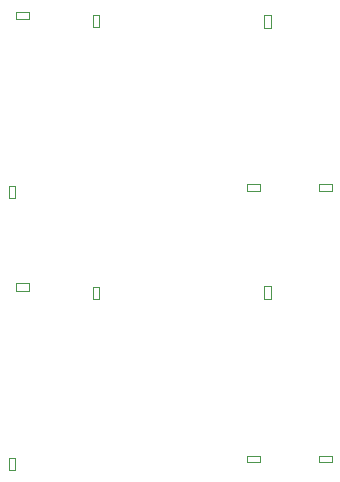
<source format=gbr>
%TF.GenerationSoftware,Altium Limited,Altium Designer,24.3.1 (35)*%
G04 Layer_Color=8388736*
%FSLAX45Y45*%
%MOMM*%
%TF.SameCoordinates,065391E9-2A1D-4ECE-AA0D-878B158C5FC5*%
%TF.FilePolarity,Positive*%
%TF.FileFunction,Other,Mechanical_2*%
%TF.Part,CustomerPanel*%
G01*
G75*
%TA.AperFunction,NonConductor*%
%ADD55C,0.10000*%
D55*
X848802Y150698D02*
Y255702D01*
X903798Y150698D02*
Y255702D01*
X848802Y150698D02*
X903798D01*
X848802Y255702D02*
X903798D01*
X1614996Y1598497D02*
Y1703500D01*
X1560000Y1598497D02*
Y1703500D01*
X1614996D01*
X1560000Y1598497D02*
X1614996D01*
X910199Y1729297D02*
X1020196D01*
X910199Y1669297D02*
X1020196D01*
X910199D02*
Y1729297D01*
X1020196Y1669297D02*
Y1729297D01*
X848802Y2450698D02*
Y2555702D01*
X903798Y2450698D02*
Y2555702D01*
X848802Y2450698D02*
X903798D01*
X848802Y2555702D02*
X903798D01*
X1614996Y3898497D02*
Y4003500D01*
X1560000Y3898497D02*
Y4003500D01*
X1614996D01*
X1560000Y3898497D02*
X1614996D01*
X910199Y4029297D02*
X1020196D01*
X910199Y3969297D02*
X1020196D01*
X910199D02*
Y4029297D01*
X1020196Y3969297D02*
Y4029297D01*
X3477498Y213802D02*
X3582502D01*
X3477498Y268798D02*
X3582502D01*
Y213802D02*
Y268798D01*
X3477498Y213802D02*
Y268798D01*
X3011403Y1595999D02*
Y1706001D01*
X3071403Y1595999D02*
Y1706001D01*
X3011403Y1595999D02*
X3071403D01*
X3011403Y1706001D02*
X3071403D01*
X2867698Y268798D02*
X2972702D01*
X2867698Y213802D02*
X2972702D01*
X2867698D02*
Y268798D01*
X2972702Y213802D02*
Y268798D01*
X3477498Y2513802D02*
X3582502D01*
X3477498Y2568798D02*
X3582502D01*
Y2513802D02*
Y2568798D01*
X3477498Y2513802D02*
Y2568798D01*
X3011403Y3895999D02*
Y4006001D01*
X3071403Y3895999D02*
Y4006001D01*
X3011403Y3895999D02*
X3071403D01*
X3011403Y4006001D02*
X3071403D01*
X2867698Y2568798D02*
X2972702D01*
X2867698Y2513802D02*
X2972702D01*
X2867698D02*
Y2568798D01*
X2972702Y2513802D02*
Y2568798D01*
%TF.MD5,4f49e1bb23c5a944dd3ee07798d0e147*%
M02*

</source>
